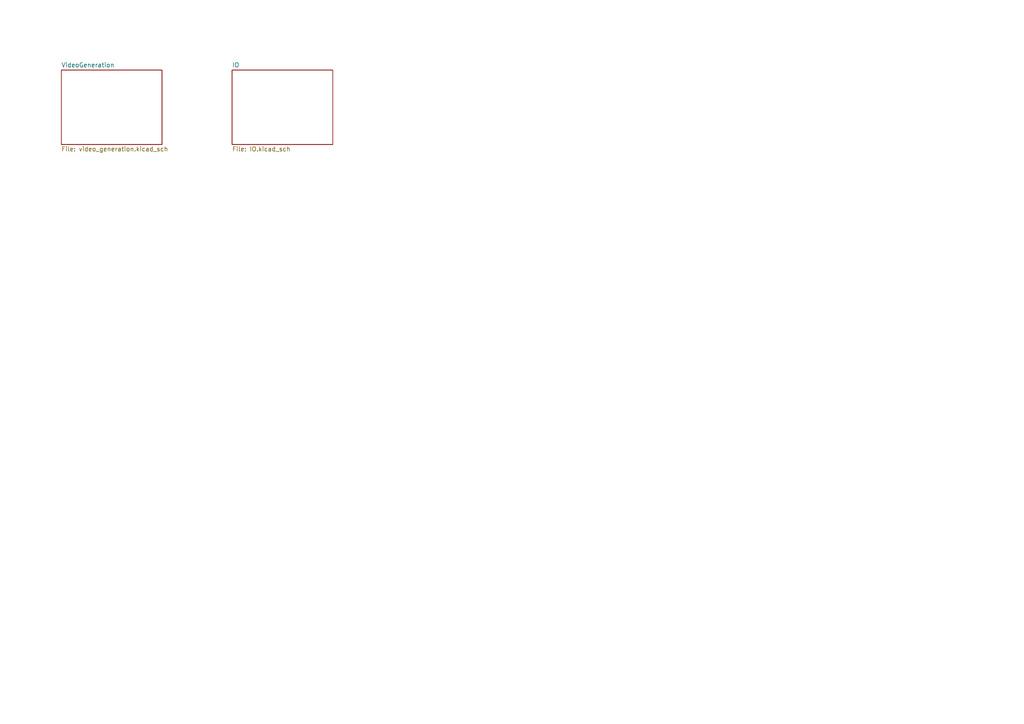
<source format=kicad_sch>
(kicad_sch (version 20211123) (generator eeschema)
  (paper "A4")
  (title_block (title "FPX-290") (rev "05") (company "Logic Systems Int'l Inc"))
  (lib_symbols)
  (sheet (at 17.78 20.32) (size 29.21 21.59) (stroke (width 0.1524))
    (property "Sheet name" "VideoGeneration" (at 17.78 19.6084 0) (effects (justify left bottom)))
    (property "Sheet file" "video_generation.kicad_sch" (at 17.78 42.4946 0) (effects (justify left top)))
  )
  (sheet (at 67.31 20.32) (size 29.21 21.59) (stroke (width 0.1524))
    (property "Sheet name" "IO" (at 67.31 19.6084 0) (effects (justify left bottom)))
    (property "Sheet file" "IO.kicad_sch" (at 67.31 42.4946 0) (effects (justify left top)))
  )
)
</source>
